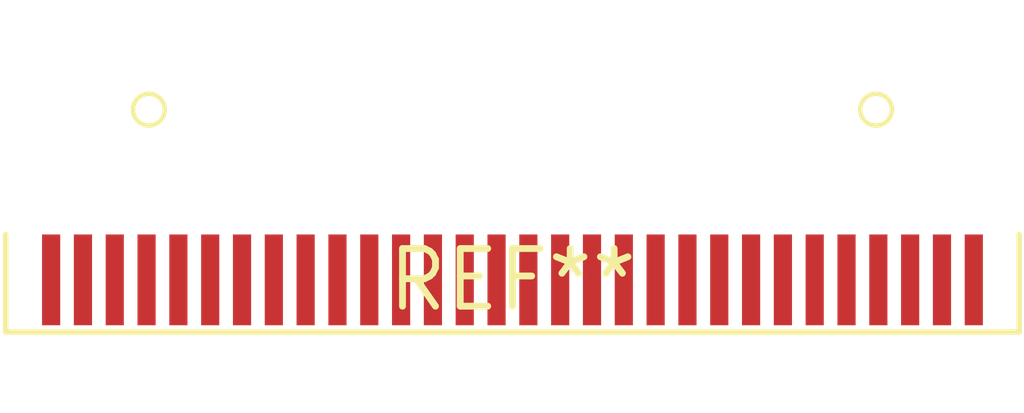
<source format=kicad_pcb>
(kicad_pcb (version 20240108) (generator pcbnew)
  (layers (0 "F.Cu" signal) (31 "B.Cu" signal) (34 "B.Paste" user) (35 "F.Paste" user) (36 "B.SilkS" user "B.Silkscreen") (37 "F.SilkS" user "F.Silkscreen") (38 "B.Mask" user) (39 "F.Mask" user) (44 "Edge.Cuts" user))
  (net 0 "")
  (footprint "OLED-128O064D" (layer "F.Cu") (at 0 0)
    (property "Reference" "REF**")
    (property "Value" "OLED-128O064D")
    (fp_line (start -11.15 -1) (end -11.15 1.15) (layer "F.SilkS") (stroke (width 0.12)))
    (fp_line (start -11.15 1.15) (end 11.15 1.15) (layer "F.SilkS") (stroke (width 0.12)))
    (fp_line (start 11.15 1.15) (end 11.15 -1) (layer "F.SilkS") (stroke (width 0.12)))
    (fp_circle (center -8 -3.75) (end -7.65 -3.75) (layer "F.SilkS") (stroke (width 0.1)) (fill none))
    (fp_circle (center 8 -3.75) (end 8.35 -3.75) (layer "F.SilkS") (stroke (width 0.1)) (fill none))
    (pad "1" smd rect (at -10.15 0) (size 0.4 2) (layers "F.Cu" "F.Paste" "F.Mask"))
    (pad "2" smd rect (at -9.45 0) (size 0.4 2) (layers "F.Cu" "F.Paste" "F.Mask"))
    (pad "3" smd rect (at -8.75 0) (size 0.4 2) (layers "F.Cu" "F.Paste" "F.Mask"))
    (pad "4" smd rect (at -8.05 0) (size 0.4 2) (layers "F.Cu" "F.Paste" "F.Mask"))
    (pad "5" smd rect (at -7.35 0) (size 0.4 2) (layers "F.Cu" "F.Paste" "F.Mask"))
    (pad "6" smd rect (at -6.65 0) (size 0.4 2) (layers "F.Cu" "F.Paste" "F.Mask"))
    (pad "7" smd rect (at -5.95 0) (size 0.4 2) (layers "F.Cu" "F.Paste" "F.Mask"))
    (pad "8" smd rect (at -5.25 0) (size 0.4 2) (layers "F.Cu" "F.Paste" "F.Mask"))
    (pad "9" smd rect (at -4.55 0) (size 0.4 2) (layers "F.Cu" "F.Paste" "F.Mask"))
    (pad "10" smd rect (at -3.85 0) (size 0.4 2) (layers "F.Cu" "F.Paste" "F.Mask"))
    (pad "11" smd rect (at -3.15 0) (size 0.4 2) (layers "F.Cu" "F.Paste" "F.Mask"))
    (pad "12" smd rect (at -2.45 0) (size 0.4 2) (layers "F.Cu" "F.Paste" "F.Mask"))
    (pad "13" smd rect (at -1.75 0) (size 0.4 2) (layers "F.Cu" "F.Paste" "F.Mask"))
    (pad "14" smd rect (at -1.05 0) (size 0.4 2) (layers "F.Cu" "F.Paste" "F.Mask"))
    (pad "15" smd rect (at -0.35 0) (size 0.4 2) (layers "F.Cu" "F.Paste" "F.Mask"))
    (pad "16" smd rect (at 0.35 0) (size 0.4 2) (layers "F.Cu" "F.Paste" "F.Mask"))
    (pad "17" smd rect (at 1.05 0) (size 0.4 2) (layers "F.Cu" "F.Paste" "F.Mask"))
    (pad "18" smd rect (at 1.75 0) (size 0.4 2) (layers "F.Cu" "F.Paste" "F.Mask"))
    (pad "19" smd rect (at 2.45 0) (size 0.4 2) (layers "F.Cu" "F.Paste" "F.Mask"))
    (pad "20" smd rect (at 3.15 0) (size 0.4 2) (layers "F.Cu" "F.Paste" "F.Mask"))
    (pad "21" smd rect (at 3.85 0) (size 0.4 2) (layers "F.Cu" "F.Paste" "F.Mask"))
    (pad "22" smd rect (at 4.55 0) (size 0.4 2) (layers "F.Cu" "F.Paste" "F.Mask"))
    (pad "23" smd rect (at 5.25 0) (size 0.4 2) (layers "F.Cu" "F.Paste" "F.Mask"))
    (pad "24" smd rect (at 5.95 0) (size 0.4 2) (layers "F.Cu" "F.Paste" "F.Mask"))
    (pad "25" smd rect (at 6.65 0) (size 0.4 2) (layers "F.Cu" "F.Paste" "F.Mask"))
    (pad "26" smd rect (at 7.35 0) (size 0.4 2) (layers "F.Cu" "F.Paste" "F.Mask"))
    (pad "27" smd rect (at 8.05 0) (size 0.4 2) (layers "F.Cu" "F.Paste" "F.Mask"))
    (pad "28" smd rect (at 8.75 0) (size 0.4 2) (layers "F.Cu" "F.Paste" "F.Mask"))
    (pad "29" smd rect (at 9.45 0) (size 0.4 2) (layers "F.Cu" "F.Paste" "F.Mask"))
    (pad "30" smd rect (at 10.15 0) (size 0.4 2) (layers "F.Cu" "F.Paste" "F.Mask"))
  )
)
</source>
